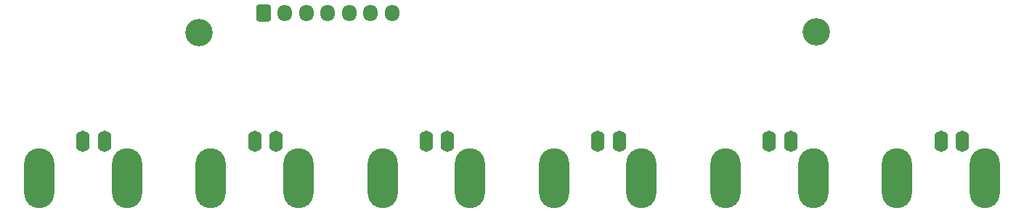
<source format=gbr>
%TF.GenerationSoftware,KiCad,Pcbnew,(6.0.4)*%
%TF.CreationDate,2023-12-08T17:35:57+01:00*%
%TF.ProjectId,BlankingRelay_Top1,426c616e-6b69-46e6-9752-656c61795f54,rev?*%
%TF.SameCoordinates,Original*%
%TF.FileFunction,Soldermask,Bot*%
%TF.FilePolarity,Negative*%
%FSLAX46Y46*%
G04 Gerber Fmt 4.6, Leading zero omitted, Abs format (unit mm)*
G04 Created by KiCad (PCBNEW (6.0.4)) date 2023-12-08 17:35:57*
%MOMM*%
%LPD*%
G01*
G04 APERTURE LIST*
G04 Aperture macros list*
%AMRoundRect*
0 Rectangle with rounded corners*
0 $1 Rounding radius*
0 $2 $3 $4 $5 $6 $7 $8 $9 X,Y pos of 4 corners*
0 Add a 4 corners polygon primitive as box body*
4,1,4,$2,$3,$4,$5,$6,$7,$8,$9,$2,$3,0*
0 Add four circle primitives for the rounded corners*
1,1,$1+$1,$2,$3*
1,1,$1+$1,$4,$5*
1,1,$1+$1,$6,$7*
1,1,$1+$1,$8,$9*
0 Add four rect primitives between the rounded corners*
20,1,$1+$1,$2,$3,$4,$5,0*
20,1,$1+$1,$4,$5,$6,$7,0*
20,1,$1+$1,$6,$7,$8,$9,0*
20,1,$1+$1,$8,$9,$2,$3,0*%
G04 Aperture macros list end*
%ADD10C,3.200000*%
%ADD11O,1.600200X2.499360*%
%ADD12O,3.500120X7.000240*%
%ADD13RoundRect,0.250000X-0.600000X-0.725000X0.600000X-0.725000X0.600000X0.725000X-0.600000X0.725000X0*%
%ADD14O,1.700000X1.950000*%
G04 APERTURE END LIST*
D10*
%TO.C,REF\u002A\u002A*%
X160500000Y-117200000D03*
%TD*%
%TO.C,REF\u002A\u002A*%
X88500000Y-117300000D03*
%TD*%
D11*
%TO.C,J7*%
X177499360Y-129998740D03*
X175000000Y-129998740D03*
D12*
X169899680Y-134263400D03*
X180097780Y-134263400D03*
%TD*%
D11*
%TO.C,J6*%
X157499360Y-129998740D03*
X155000000Y-129998740D03*
D12*
X149899680Y-134263400D03*
X160097780Y-134263400D03*
%TD*%
D11*
%TO.C,J5*%
X137499360Y-129998740D03*
X135000000Y-129998740D03*
D12*
X129899680Y-134263400D03*
X140097780Y-134263400D03*
%TD*%
D11*
%TO.C,J4*%
X117499360Y-129998740D03*
X115000000Y-129998740D03*
D12*
X109899680Y-134263400D03*
X120097780Y-134263400D03*
%TD*%
D11*
%TO.C,J3*%
X97499360Y-129998740D03*
X95000000Y-129998740D03*
D12*
X89899680Y-134263400D03*
X100097780Y-134263400D03*
%TD*%
D11*
%TO.C,J2*%
X77499360Y-129998740D03*
X75000000Y-129998740D03*
D12*
X69899680Y-134263400D03*
X80097780Y-134263400D03*
%TD*%
D13*
%TO.C,J1*%
X96000000Y-115000000D03*
D14*
X98500000Y-115000000D03*
X101000000Y-115000000D03*
X103500000Y-115000000D03*
X106000000Y-115000000D03*
X108500000Y-115000000D03*
X111000000Y-115000000D03*
%TD*%
M02*

</source>
